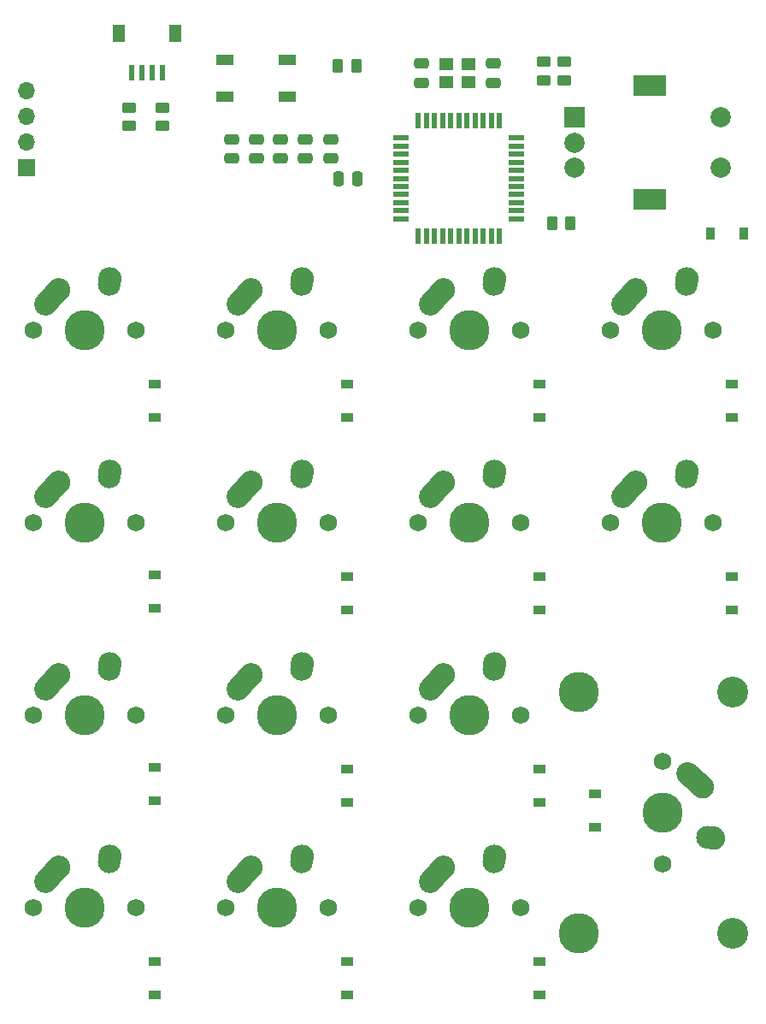
<source format=gbr>
G04 #@! TF.GenerationSoftware,KiCad,Pcbnew,(6.0.10)*
G04 #@! TF.CreationDate,2023-08-04T22:23:19-04:00*
G04 #@! TF.ProjectId,NugMacro-Keypad,4e75674d-6163-4726-9f2d-4b6579706164,rev?*
G04 #@! TF.SameCoordinates,Original*
G04 #@! TF.FileFunction,Soldermask,Bot*
G04 #@! TF.FilePolarity,Negative*
%FSLAX46Y46*%
G04 Gerber Fmt 4.6, Leading zero omitted, Abs format (unit mm)*
G04 Created by KiCad (PCBNEW (6.0.10)) date 2023-08-04 22:23:19*
%MOMM*%
%LPD*%
G01*
G04 APERTURE LIST*
G04 Aperture macros list*
%AMRoundRect*
0 Rectangle with rounded corners*
0 $1 Rounding radius*
0 $2 $3 $4 $5 $6 $7 $8 $9 X,Y pos of 4 corners*
0 Add a 4 corners polygon primitive as box body*
4,1,4,$2,$3,$4,$5,$6,$7,$8,$9,$2,$3,0*
0 Add four circle primitives for the rounded corners*
1,1,$1+$1,$2,$3*
1,1,$1+$1,$4,$5*
1,1,$1+$1,$6,$7*
1,1,$1+$1,$8,$9*
0 Add four rect primitives between the rounded corners*
20,1,$1+$1,$2,$3,$4,$5,0*
20,1,$1+$1,$4,$5,$6,$7,0*
20,1,$1+$1,$6,$7,$8,$9,0*
20,1,$1+$1,$8,$9,$2,$3,0*%
%AMHorizOval*
0 Thick line with rounded ends*
0 $1 width*
0 $2 $3 position (X,Y) of the first rounded end (center of the circle)*
0 $4 $5 position (X,Y) of the second rounded end (center of the circle)*
0 Add line between two ends*
20,1,$1,$2,$3,$4,$5,0*
0 Add two circle primitives to create the rounded ends*
1,1,$1,$2,$3*
1,1,$1,$4,$5*%
G04 Aperture macros list end*
%ADD10R,0.550000X1.500000*%
%ADD11R,1.500000X0.550000*%
%ADD12HorizOval,2.250000X0.020000X0.290000X-0.020000X-0.290000X0*%
%ADD13C,2.250000*%
%ADD14HorizOval,2.250000X0.655001X0.730000X-0.655001X-0.730000X0*%
%ADD15C,1.750000*%
%ADD16C,3.987800*%
%ADD17C,2.000000*%
%ADD18R,3.200000X2.000000*%
%ADD19R,2.000000X2.000000*%
%ADD20HorizOval,2.250000X0.290000X-0.020000X-0.290000X0.020000X0*%
%ADD21HorizOval,2.250000X0.730000X-0.655001X-0.730000X0.655001X0*%
%ADD22C,3.048000*%
%ADD23R,1.700000X1.700000*%
%ADD24O,1.700000X1.700000*%
%ADD25RoundRect,0.250000X0.450000X-0.262500X0.450000X0.262500X-0.450000X0.262500X-0.450000X-0.262500X0*%
%ADD26R,1.200000X0.900000*%
%ADD27RoundRect,0.250000X-0.475000X0.250000X-0.475000X-0.250000X0.475000X-0.250000X0.475000X0.250000X0*%
%ADD28RoundRect,0.250000X0.262500X0.450000X-0.262500X0.450000X-0.262500X-0.450000X0.262500X-0.450000X0*%
%ADD29R,0.900000X1.200000*%
%ADD30R,0.600000X1.550000*%
%ADD31R,1.200000X1.800000*%
%ADD32R,1.800000X1.100000*%
%ADD33RoundRect,0.250000X0.475000X-0.250000X0.475000X0.250000X-0.475000X0.250000X-0.475000X-0.250000X0*%
%ADD34R,1.400000X1.200000*%
%ADD35RoundRect,0.250000X0.250000X0.475000X-0.250000X0.475000X-0.250000X-0.475000X0.250000X-0.475000X0*%
G04 APERTURE END LIST*
D10*
X60897000Y-75042000D03*
X61697000Y-75042000D03*
X62497000Y-75042000D03*
X63297000Y-75042000D03*
X64097000Y-75042000D03*
X64897000Y-75042000D03*
X65697000Y-75042000D03*
X66497000Y-75042000D03*
X67297000Y-75042000D03*
X68097000Y-75042000D03*
X68897000Y-75042000D03*
D11*
X70597000Y-73342000D03*
X70597000Y-72542000D03*
X70597000Y-71742000D03*
X70597000Y-70942000D03*
X70597000Y-70142000D03*
X70597000Y-69342000D03*
X70597000Y-68542000D03*
X70597000Y-67742000D03*
X70597000Y-66942000D03*
X70597000Y-66142000D03*
X70597000Y-65342000D03*
D10*
X68897000Y-63642000D03*
X68097000Y-63642000D03*
X67297000Y-63642000D03*
X66497000Y-63642000D03*
X65697000Y-63642000D03*
X64897000Y-63642000D03*
X64097000Y-63642000D03*
X63297000Y-63642000D03*
X62497000Y-63642000D03*
X61697000Y-63642000D03*
X60897000Y-63642000D03*
D11*
X59197000Y-65342000D03*
X59197000Y-66142000D03*
X59197000Y-66942000D03*
X59197000Y-67742000D03*
X59197000Y-68542000D03*
X59197000Y-69342000D03*
X59197000Y-70142000D03*
X59197000Y-70942000D03*
X59197000Y-71742000D03*
X59197000Y-72542000D03*
X59197000Y-73342000D03*
D12*
X87483035Y-98628930D03*
D13*
X87503035Y-98338930D03*
X82463035Y-99418930D03*
D14*
X81808036Y-100148930D03*
D15*
X79883035Y-103418930D03*
X90043035Y-103418930D03*
D16*
X84963035Y-103418930D03*
D12*
X30332965Y-79578930D03*
D13*
X30352965Y-79288930D03*
D14*
X24657966Y-81098930D03*
D13*
X25312965Y-80368930D03*
D15*
X22732965Y-84368930D03*
D16*
X27812965Y-84368930D03*
D15*
X32892965Y-84368930D03*
D12*
X49382935Y-117679030D03*
D13*
X49402935Y-117389030D03*
D14*
X43707936Y-119199030D03*
D13*
X44362935Y-118469030D03*
D15*
X51942935Y-122469030D03*
D16*
X46862935Y-122469030D03*
D15*
X41782935Y-122469030D03*
D12*
X87483035Y-79578930D03*
D13*
X87503035Y-79288930D03*
D14*
X81808036Y-81098930D03*
D13*
X82463035Y-80368930D03*
D15*
X90043035Y-84368930D03*
D16*
X84963035Y-84368930D03*
D15*
X79883035Y-84368930D03*
D13*
X49402935Y-136439070D03*
D12*
X49382935Y-136729070D03*
D14*
X43707936Y-138249070D03*
D13*
X44362935Y-137519070D03*
D15*
X41782935Y-141519070D03*
X51942935Y-141519070D03*
D16*
X46862935Y-141519070D03*
D13*
X68453035Y-98338930D03*
D12*
X68433035Y-98628930D03*
D13*
X63413035Y-99418930D03*
D14*
X62758036Y-100148930D03*
D16*
X65913035Y-103418930D03*
D15*
X60833035Y-103418930D03*
X70993035Y-103418930D03*
D12*
X30332965Y-98628930D03*
D13*
X30352965Y-98338930D03*
X25312965Y-99418930D03*
D14*
X24657966Y-100148930D03*
D16*
X27812965Y-103418930D03*
D15*
X32892965Y-103418930D03*
X22732965Y-103418930D03*
D13*
X68453035Y-136439070D03*
D12*
X68433035Y-136729070D03*
D13*
X63413035Y-137519070D03*
D14*
X62758036Y-138249070D03*
D15*
X70993035Y-141519070D03*
X60833035Y-141519070D03*
D16*
X65913035Y-141519070D03*
D13*
X68453035Y-117389030D03*
D12*
X68433035Y-117679030D03*
D14*
X62758036Y-119199030D03*
D13*
X63413035Y-118469030D03*
D15*
X70993035Y-122469030D03*
D16*
X65913035Y-122469030D03*
D15*
X60833035Y-122469030D03*
D17*
X90816000Y-63286000D03*
X90816000Y-68286000D03*
D18*
X83816000Y-71386000D03*
X83816000Y-60186000D03*
D17*
X76316000Y-65786000D03*
X76316000Y-68286000D03*
D19*
X76316000Y-63286000D03*
D13*
X90113450Y-134620000D03*
D20*
X89823450Y-134600000D03*
D13*
X89033450Y-129580000D03*
D21*
X88303450Y-128925001D03*
D15*
X85033450Y-127000000D03*
D16*
X76778450Y-120142000D03*
D22*
X92018450Y-120142000D03*
D15*
X85033450Y-137160000D03*
D16*
X76778450Y-144018000D03*
X85033450Y-132080000D03*
D22*
X92018450Y-144018000D03*
D12*
X30332965Y-117679030D03*
D13*
X30352965Y-117389030D03*
D14*
X24657966Y-119199030D03*
D13*
X25312965Y-118469030D03*
D16*
X27812965Y-122469030D03*
D15*
X32892965Y-122469030D03*
X22732965Y-122469030D03*
D13*
X30352965Y-136439070D03*
D12*
X30332965Y-136729070D03*
D13*
X25312965Y-137519070D03*
D14*
X24657966Y-138249070D03*
D16*
X27812965Y-141519070D03*
D15*
X22732965Y-141519070D03*
X32892965Y-141519070D03*
D23*
X22113181Y-68297935D03*
D24*
X22113181Y-65757935D03*
X22113181Y-63217935D03*
X22113181Y-60677935D03*
D12*
X49382935Y-98628930D03*
D13*
X49402935Y-98338930D03*
D14*
X43707936Y-100148930D03*
D13*
X44362935Y-99418930D03*
D15*
X41782935Y-103418930D03*
X51942935Y-103418930D03*
D16*
X46862935Y-103418930D03*
D12*
X49382935Y-79578930D03*
D13*
X49402935Y-79288930D03*
X44362935Y-80368930D03*
D14*
X43707936Y-81098930D03*
D15*
X51942935Y-84368930D03*
X41782935Y-84368930D03*
D16*
X46862935Y-84368930D03*
D12*
X68433035Y-79578930D03*
D13*
X68453035Y-79288930D03*
X63413035Y-80368930D03*
D14*
X62758036Y-81098930D03*
D15*
X60833035Y-84368930D03*
D16*
X65913035Y-84368930D03*
D15*
X70993035Y-84368930D03*
D25*
X35560000Y-64158500D03*
X35560000Y-62333500D03*
D26*
X34812700Y-130936000D03*
X34812700Y-127636000D03*
X34812965Y-150169070D03*
X34812965Y-146869070D03*
D27*
X44831000Y-65471000D03*
X44831000Y-67371000D03*
D26*
X53862600Y-150168670D03*
X53862600Y-146868670D03*
D28*
X74144500Y-73787000D03*
X75969500Y-73787000D03*
D25*
X32258000Y-64158500D03*
X32258000Y-62333500D03*
D26*
X78359000Y-133576000D03*
X78359000Y-130276000D03*
D29*
X89790000Y-74803000D03*
X93090000Y-74803000D03*
D30*
X35536000Y-58877000D03*
X34536000Y-58877000D03*
X33536000Y-58877000D03*
X32536000Y-58877000D03*
D31*
X36836000Y-55002000D03*
X31236000Y-55002000D03*
D27*
X42418000Y-67371000D03*
X42418000Y-65471000D03*
D25*
X73279000Y-59641000D03*
X73279000Y-57816000D03*
D26*
X91963035Y-112068930D03*
X91963035Y-108768930D03*
X72912600Y-112068530D03*
X72912600Y-108768530D03*
D28*
X54760500Y-58166000D03*
X52935500Y-58166000D03*
D32*
X47931000Y-61286000D03*
X41731000Y-57586000D03*
X47931000Y-57586000D03*
X41731000Y-61286000D03*
D26*
X53862600Y-112068530D03*
X53862600Y-108768530D03*
D33*
X68326000Y-59878000D03*
X68326000Y-57978000D03*
D26*
X72912600Y-150168670D03*
X72912600Y-146868670D03*
D34*
X65870000Y-59778000D03*
X63670000Y-59778000D03*
X63670000Y-58078000D03*
X65870000Y-58078000D03*
D27*
X61214000Y-57978000D03*
X61214000Y-59878000D03*
D26*
X72913035Y-93018930D03*
X72913035Y-89718930D03*
X72912600Y-131118630D03*
X72912600Y-127818630D03*
X53862935Y-93018930D03*
X53862935Y-89718930D03*
X34812965Y-93018930D03*
X34812965Y-89718930D03*
D35*
X54859000Y-69342000D03*
X52959000Y-69342000D03*
D27*
X47244000Y-67371000D03*
X47244000Y-65471000D03*
D26*
X34812700Y-111886000D03*
X34812700Y-108586000D03*
X53862935Y-131119030D03*
X53862935Y-127819030D03*
D27*
X52197000Y-65471000D03*
X52197000Y-67371000D03*
D25*
X75311000Y-57816000D03*
X75311000Y-59641000D03*
D27*
X49657000Y-65471000D03*
X49657000Y-67371000D03*
D26*
X91962600Y-93018530D03*
X91962600Y-89718530D03*
M02*

</source>
